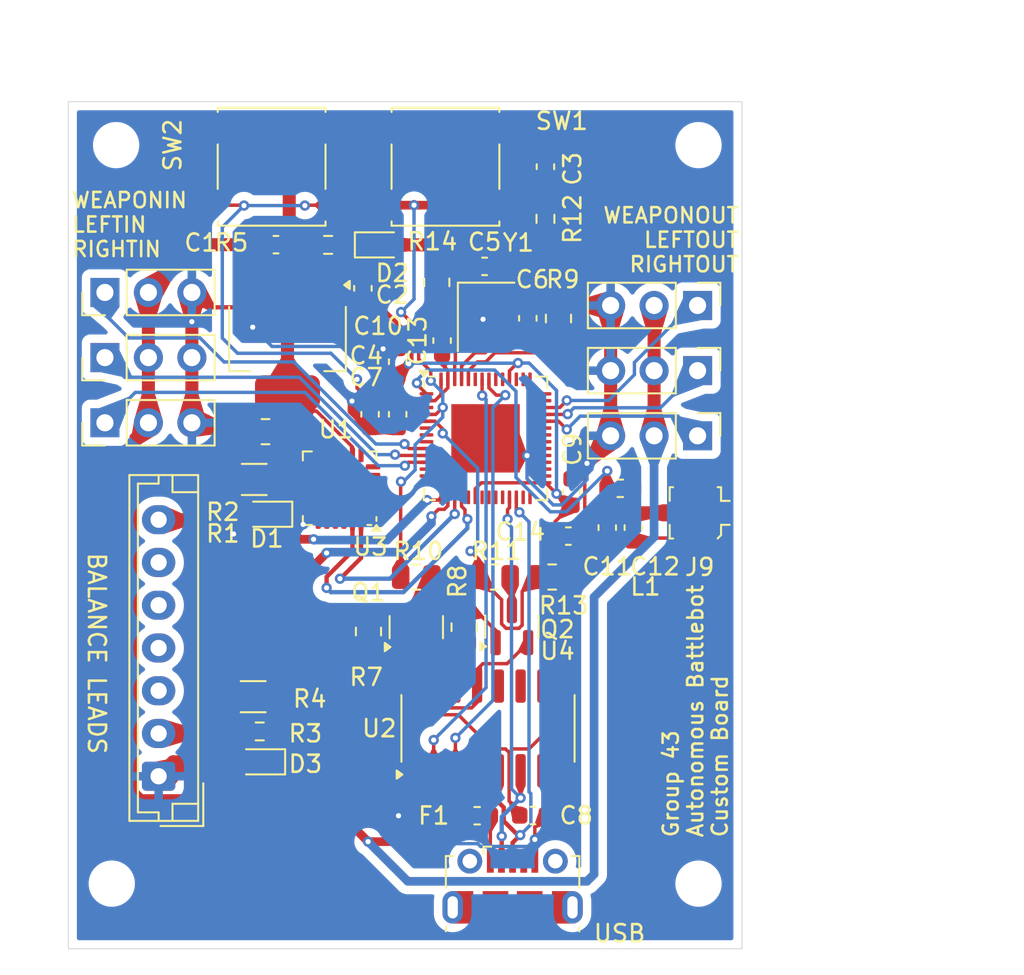
<source format=kicad_pcb>
(kicad_pcb (version 20240108) (generator "pcbnew") (generator_version "8.0")
  (layers (0 "F.Cu" signal) (31 "B.Cu" signal) (34 "B.Paste" user) (35 "F.Paste" user) (36 "B.SilkS" user "B.Silkscreen") (37 "F.SilkS" user "F.Silkscreen") (38 "B.Mask" user) (39 "F.Mask" user) (44 "Edge.Cuts" user))
  (net 0 "")
  (net 1 "GND")
  (net 2 "VCC")
  (net 3 "+3V3")
  (net 4 "/CHIP_PU")
  (net 5 "/GPIO0_STRAPPING")
  (net 6 "/XIN")
  (net 7 "/XOUT")
  (net 8 "/6S_ADC")
  (net 9 "Net-(D2-K)")
  (net 10 "/1S_ADC")
  (net 11 "/SIGNAL_WEAPON_RECEIVER")
  (net 12 "/SIGNAL_LEFT_DRIVE_RECEIVER")
  (net 13 "/SIGNAL_RIGHT_DRIVE_RECEIVER")
  (net 14 "/SIGNAL_WEAPON_OUTPUT")
  (net 15 "/SIGNAL_LEFT_DRIVE_OUTPUT")
  (net 16 "/SIGNAL_RIGHT_DRIVE_OUTPUT")
  (net 17 "/RTS")
  (net 18 "Net-(Q1-C)")
  (net 19 "Net-(Q1-B)")
  (net 20 "/DTR")
  (net 21 "Net-(Q2-B)")
  (net 22 "Net-(Q2-C)")
  (net 23 "25.2V")
  (net 24 "4.2V")
  (net 25 "/GPIO46_STRAPPING")
  (net 26 "Net-(U4-XTAL_P)")
  (net 29 "/UD-")
  (net 31 "/RX")
  (net 32 "/UD+")
  (net 34 "/TX")
  (net 45 "/SCL")
  (net 46 "/SDA")
  (net 76 "/GPIO3_STRAPPING")
  (net 83 "/LNA_IN")
  (net 85 "Net-(J7-VBUS)")
  (net 103 "Net-(J9-In)")
  (footprint "Resistor_SMD:R_0805_2012Metric" (layer "F.Cu") (at 64.654 47.1195 180)
    (property "Reference" "R13")
    (property "Value" "100k")
  )
  (footprint "Resistor_SMD:R_0805_2012Metric" (layer "F.Cu") (at 56.714 47.1195 180)
    (property "Reference" "R10")
    (property "Value" "10k")
  )
  (footprint "Package_SO:SOIC-16_3.9x9.9mm_P1.27mm" (layer "F.Cu") (at 60.905 55.971 90)
    (property "Reference" "U2")
    (property "Value" "CH340C")
  )
  (footprint "MountingHole:MountingHole_2.2mm_M2" (layer "F.Cu") (at 73.208 65.0465)
    (property "Reference" "H4" (hide yes))
    (property "Value" "MountingHole")
  )
  (footprint "Resistor_SMD:R_1206_3216Metric" (layer "F.Cu") (at 47.181 54.115 180)
    (property "Reference" "R4")
    (property "Value" "5M")
  )
  (footprint "Resistor_SMD:R_0603_1608Metric" (layer "F.Cu") (at 47.5645 56.147)
    (property "Reference" "R3")
    (property "Value" "3M")
  )
  (footprint "Resistor_SMD:R_1206_3216Metric" (layer "F.Cu") (at 47.244 41.415)
    (property "Reference" "R1")
    (property "Value" "5M")
  )
  (footprint "Resistor_SMD:R_0805_2012Metric" (layer "F.Cu") (at 47.9025 38.621 180)
    (property "Reference" "R2")
    (property "Value" "500k")
  )
  (footprint "Connector_JST:JST_EH_B7B-EH-A_1x07_P2.50mm_Vertical" (layer "F.Cu") (at 41.656 58.768 90)
    (property "Reference" "J8" (hide yes))
    (property "Value" "JST_07")
  )
  (footprint "Connector_USB:USB_Micro-B_Molex-105017-0001" (layer "F.Cu") (at 62.342 65.1955)
    (property "Reference" "J7" (hide yes))
    (property "Value" "USB_B_Micro")
  )
  (footprint "Capacitor_SMD:C_0603_1608Metric" (layer "F.Cu") (at 60.706 28.956)
    (property "Reference" "C5")
    (property "Value" "10p")
  )
  (footprint "Button_Switch_SMD:SW_SPST_B3S-1000" (layer "F.Cu") (at 48.26 23.127)
    (property "Reference" "SW2")
    (property "Value" "SW_Push")
  )
  (footprint "MountingHole:MountingHole_2.2mm_M2" (layer "F.Cu") (at 39.172 21.8665)
    (property "Reference" "H2" (hide yes))
    (property "Value" "MountingHole")
  )
  (footprint "MountingHole:MountingHole_2.2mm_M2" (layer "F.Cu") (at 38.918 65.0465)
    (property "Reference" "H3" (hide yes))
    (property "Value" "MountingHole")
  )
  (footprint "Capacitor_SMD:C_0603_1608Metric" (layer "F.Cu") (at 58.222 33.2965 90)
    (property "Reference" "C13")
    (property "Value" "1u")
  )
  (footprint "Capacitor_SMD:C_0603_1608Metric" (layer "F.Cu") (at 55.626 34.531 90)
    (property "Reference" "C10")
    (property "Value" "100n")
  )
  (footprint "MountingHole:MountingHole_2.2mm_M2" (layer "F.Cu") (at 73.208 21.8665)
    (property "Reference" "H1" (hide yes))
    (property "Value" "MountingHole")
  )
  (footprint "LED_SMD:LED_0603_1608Metric" (layer "F.Cu") (at 54.61 27.699)
    (property "Reference" "D2")
    (property "Value" "LED")
  )
  (footprint "Capacitor_SMD:C_0603_1608Metric" (layer "F.Cu") (at 55.626 37.605 -90)
    (property "Reference" "C7")
    (property "Value" "10u")
  )
  (footprint "Resistor_SMD:R_0603_1608Metric" (layer "F.Cu") (at 51.562 27.699 180)
    (property "Reference" "R5")
    (property "Value" "1k")
  )
  (footprint "Capacitor_SMD:C_0603_1608Metric" (layer "F.Cu") (at 63.233 31.991 90)
    (property "Reference" "C6")
    (property "Value" "10p")
  )
  (footprint "Connector_PinHeader_2.54mm:PinHeader_1x03_P2.54mm_Vertical" (layer "F.Cu") (at 38.519 34.29 90)
    (property "Reference" "J2" (hide yes))
    (property "Value" "LEFT_DRIVE_RECEIVER")
  )
  (footprint "Capacitor_SMD:C_0603_1608Metric" (layer "F.Cu") (at 48.514 27.686)
    (property "Reference" "C1")
    (property "Value" "22u")
  )
  (footprint "Button_Switch_SMD:SW_SPST_B3S-1000" (layer "F.Cu") (at 58.42 23.127)
    (property "Reference" "SW1")
    (property "Value" "SW_Push")
  )
  (footprint "Crystal:Crystal_SMD_3225-4Pin_3.2x2.5mm" (layer "F.Cu") (at 60.794 31.907 -90)
    (property "Reference" "Y1")
    (property "Value" "16MHz")
  )
  (footprint "Package_TO_SOT_SMD:SOT-223-3_TabPin2" (layer "F.Cu") (at 49.187 33.172 -90)
    (property "Reference" "U1")
    (property "Value" "AMS1117-3.3")
  )
  (footprint "Capacitor_SMD:C_0603_1608Metric" (layer "F.Cu") (at 64.262 23.127 90)
    (property "Reference" "C3")
    (property "Value" "1u")
  )
  (footprint "Diode_SMD:D_0603_1608Metric" (layer "F.Cu") (at 47.9805 43.447 180)
    (property "Reference" "D1")
    (property "Value" "D_Zener")
  )
  (footprint "Resistor_SMD:R_0805_2012Metric" (layer "F.Cu") (at 65.024 32.004 -90)
    (property "Reference" "R9")
    (property "Value" "10k")
  )
  (footprint "Connector_PinHeader_2.54mm:PinHeader_1x03_P2.54mm_Vertical" (layer "F.Cu") (at 73.152 38.862 -90)
    (property "Reference" "J6" (hide yes))
    (property "Value" "RIGHT_DRIVE_OUTPUT")
  )
  (footprint "Capacitor_SMD:C_0603_1608Metric" (layer "F.Cu") (at 67.874 44.2315 -90)
    (property "Reference" "C11")
    (property "Value" "3p3")
  )
  (footprint "Capacitor_SMD:C_0603_1608Metric" (layer "F.Cu") (at 53.594 30.239 90)
    (property "Reference" "C2")
    (property "Value" "22u")
  )
  (footprint "Connector_PinHeader_2.54mm:PinHeader_1x03_P2.54mm_Vertical" (layer "F.Cu") (at 73.152 31.242 -90)
    (property "Reference" "J4" (hide yes))
    (property "Value" "WEAPON_OUTPUT")
  )
  (footprint "Capacitor_SMD:C_0603_1608Metric" (layer "F.Cu") (at 69.398 44.2315 -90)
    (property "Reference" "C12")
    (property "Value" "3p3")
  )
  (footprint "Capacitor_SMD:C_0603_1608Metric" (layer "F.Cu") (at 63.536 61.0635)
    (property "Reference" "C8")
    (property "Value" "100n")
  )
  (footprint "Resistor_SMD:R_0603_1608Metric" (layer "F.Cu") (at 64.262 26.175 90)
    (property "Reference" "R12")
    (property "Value" "100k")
  )
  (footprint "Connector_PinHeader_2.54mm:PinHeader_1x03_P2.54mm_Vertical" (layer "F.Cu") (at 38.519 38.1 90)
    (property "Reference" "J3" (hide yes))
    (property "Value" "RIGHT_DRIVE_RECEIVER")
  )
  (footprint "Connector_PinHeader_2.54mm:PinHeader_1x03_P2.54mm_Vertical" (layer "F.Cu") (at 73.152 35.052 -90)
    (property "Reference" "J5" (hide yes))
    (property "Value" "LEFT_DRIVE_OUTPUT")
  )
  (footprint "Capacitor_SMD:C_0603_1608Metric" (layer "F.Cu") (at 65.786 42.151 90)
    (property "Reference" "C9")
    (property "Value" "100n")
  )
  (footprint "Package_TO_SOT_SMD:SOT-23" (layer "F.Cu") (at 56.714 50.051 90)
    (property "Reference" "Q1")
    (property "Value" "SS8050-G")
  )
  (footprint "Package_TO_SOT_SMD:SOT-23" (layer "F.Cu") (at 62.302 50.0175 90)
    (property "Reference" "Q2")
    (property "Value" "SS8050-G")
  )
  (footprint "Capacitor_SMD:C_0603_1608Metric" (layer "F.Cu") (at 54.013 37.605 -90)
    (property "Reference" "C4")
    (property "Value" "1u")
  )
  (footprint "Capacitor_SMD:C_0603_1608Metric" (layer "F.Cu") (at 65.601 44.7265)
    (property "Reference" "C14")
    (property "Value" "10n")
  )
  (footprint "Inductor_SMD:L_0603_1608Metric" (layer "F.Cu") (at 68.636 41.9325)
    (property "Reference" "L1")
    (property "Value" "2n2")
  )
  (footprint "Resistor_SMD:R_0805_2012Metric" (layer "F.Cu") (at 59.508 50.051 90)
    (property "Reference" "R8")
    (property "Value" "10k")
  )
  (footprint "Connector_Coaxial:U.FL_Molex_MCRF_73412-0110_Vertical" (layer "F.Cu") (at 73.025 43.367 -90)
    (property "Reference" "J9")
    (property "Value" "U.FL Antenna")
  )
  (footprint "Sensor_Motion:InvenSense_QFN-24_4x4mm_P0.5mm" (layer "F.Cu") (at 52.235 41.927 180)
    (property "Reference" "U3")
    (property "Value" "MPU-6050")
  )
  (footprint "Resistor_SMD:R_0805_2012Metric" (layer "F.Cu") (at 57.912 29.891 90)
    (property "Reference" "R14")
    (property "Value" "10k")
  )
  (footprint "Connector_PinHeader_2.54mm:PinHeader_1x03_P2.54mm_Vertical" (layer "F.Cu") (at 38.519 30.48 90)
    (property "Reference" "J1" (hide yes))
    (property "Value" "WEAPON_RECEIVER")
  )
  (footprint "Fuse:Fuse_0603_1608Metric" (layer "F.Cu") (at 60.27 61.0765 180)
    (property "Reference" "F1")
    (property "Value" "Fuse_Small")
  )
  (footprint "Resistor_SMD:R_0805_2012Metric" (layer "F.Cu") (at 53.92 50.305 90)
    (property "Reference" "R7")
    (property "Value" "10k")
  )
  (footprint "Package_DFN_QFN:QFN-56-1EP_7x7mm_P0.4mm_EP4x4mm" (layer "F.Cu") (at 60.76 39.01)
    (property "Reference" "U4")
    (property "Value" "ESP32-S3")
  )
  (footprint "Diode_SMD:D_0603_1608Metric" (layer "F.Cu") (at 47.5645 57.925 180)
    (property "Reference" "D3")
    (property "Value" "D_Zener")
  )
  (footprint "Resistor_SMD:R_0805_2012Metric" (layer "F.Cu") (at 61.286 47.1195 180)
    (property "Reference" "R11")
    (property "Value" "10k")
  )
  (gr_rect (start 36.378 19.3265) (end 75.748 68.8565) (stroke (width 0.05)) (fill none) (layer "Edge.Cuts"))
  (gr_text "Group 43\nAutonomous Battlebot\nCustom Board" (at 73.025 62.417 90) (layer "F.SilkS") (effects (font (size 0.889 0.889)) (justify left)))
  (gr_text "\nWEAPONOUT\nLEFTOUT\nRIGHTOUT" (at 75.632 26.6925 0) (layer "F.SilkS") (effects (font (size 0.889 0.889)) (justify right)))
  (gr_text "WEAPONIN\nLEFTIN\nRIGHTIN" (at 36.516 28.4705 0) (layer "F.SilkS") (effects (font (size 0.889 0.889)) (justify left bottom)))
  (gr_text "BALANCE LEADS" (at 38.04 45.605 270) (layer "F.SilkS") (effects (font (size 1 1)) (justify left)))
  (gr_text "USB" (at 66.996 67.957 0) (layer "F.SilkS") (effects (font (size 1 1)) (justify left)))
  (segment (start 69.622 44.842) (end 73.025 44.842) (width 0.2) (layer "F.Cu") (net 1))
  (segment (start 74.156 43.736) (end 74.131 43.736) (width 0.2) (layer "F.Cu") (net 1))
  (segment (start 49.289 23.823) (end 52.235 20.877) (width 0.762) (layer "F.Cu") (net 1))
  (segment (start 60.615737 32.048944) (end 59.944 32.720681) (width 0.2) (layer "F.Cu") (net 1))
  (segment (start 49.289 27.686) (end 47.964 29.011) (width 0.254) (layer "F.Cu") (net 1))
  (segment (start 47.4665 57.2355) (end 46.777 57.925) (width 0.254) (layer "F.Cu") (net 1))
  (segment (start 68.072 39.09) (end 66.6895 40.4725) (width 0.762) (layer "F.Cu") (net 1))
  (segment (start 53.594 29.464) (end 52.045 29.464) (width 0.762) (layer "F.Cu") (net 1))
  (segment (start 65.1745 31.242) (end 68.072 31.242) (width 0.762) (layer "F.Cu") (net 1))
  (segment (start 57.968 32.5215) (end 59.4585 32.5215) (width 0.2) (layer "F.Cu") (net 1))
  (segment (start 61.767 40.017) (end 60.76 39.01) (width 0.2) (layer "F.Cu") (net 1))
  (segment (start 66.561 40.601) (end 66.6895 40.4725) (width 0.2) (layer "F.Cu") (net 1))
  (segment (start 61.481 30.644) (end 61.644 30.807) (width 0.762) (layer "F.Cu") (net 1))
  (segment (start 69.398 45.0065) (end 69.4575 45.0065) (width 0.2) (layer "F.Cu") (net 1))
  (segment (start 62.395 20.877) (end 62.787 20.877) (width 0.762) (layer "F.Cu") (net 1))
  (segment (start 50.101159 44.043841) (end 50.285 43.86) (width 0.254) (layer "F.Cu") (net 1))
  (segment (start 51.487 28.449) (end 50.737 27.699) (width 0.762) (layer "F.Cu") (net 1))
  (segment (start 46.99 38.621) (end 46.99 43.244) (width 0.762) (layer "F.Cu") (net 1))
  (segment (start 56.46 60.2915) (end 56.46 58.446) (width 0.254) (layer "F.Cu") (net 1))
  (segment (start 65.024 31.0915) (end 61.9285 31.0915) (width 0.762) (layer "F.Cu") (net 1))
  (segment (start 62.787 20.877) (end 64.262 22.352) (width 0.762) (layer "F.Cu") (net 1))
  (segment (start 51.487 30.022) (end 51.487 28.449) (width 0.762) (layer "F.Cu") (net 1))
  (segment (start 59.4585 32.5215) (end 59.944 33.007) (width 0.2) (layer "F.Cu") (net 1))
  (segment (start 44.468 31.349) (end 43.599 30.48) (width 0.254) (layer "F.Cu") (net 1))
  (segment (start 74.525 43.367) (end 74.156 43.736) (width 0.2) (layer "F.Cu") (net 1))
  (segment (start 54.013 38.38) (end 53.94191 38.38) (width 0.508) (layer "F.Cu") (net 1))
  (segment (start 46.0375 44.6025) (end 45.7185 44.9215) (width 0.762) (layer "F.Cu") (net 1))
  (segment (start 42.499 57.925) (end 41.656 58.768) (width 0.762) (layer "F.Cu") (net 1))
  (segment (start 55.6 33.782) (end 55.626 33.756) (width 0.508) (layer "F.Cu") (net 1))
  (segment (start 47.155 31.74678) (end 47.55278 31.349) (width 0.2) (layer "F.Cu") (net 1))
  (segment (start 61.644 31.020681) (end 61.644 30.807) (width 0.2) (layer "F.Cu") (net 1))
  (segment (start 54.775 33.782) (end 55.6 33.782) (width 0.508) (layer "F.Cu") (net 1))
  (segment (start 52.235 20.877) (end 54.445 20.877) (width 0.762) (layer "F.Cu") (net 1))
  (segment (start 46.888 54.115) (end 47.4665 54.6935) (width 0.254) (layer "F.Cu") (net 1))
  (segment (start 66.6895 40.4725) (end 65.786 41.376) (width 0.762) (layer "F.Cu") (net 1))
  (segment (start 49.289 27.686) (end 49.289 23.823) (width 0.762) (layer "F.Cu") (net 1))
  (segment (start 61.9285 31.0915) (end 61.644 30.807) (width 0.762) (layer "F.Cu") (net 1))
  (segment (start 66.376 44.7265) (end 66.561 44.5415) (width 0.2) (layer "F.Cu") (net 1))
  (segment (start 46.888 54.115) (end 45.7185 54.115) (width 0.254) (layer "F.Cu") (net 1))
  (segment (start 52.957 37.39509) (end 52.957 36.83) (width 0.508) (layer "F.Cu") (net 1))
  (segment (start 56.179 58.727) (end 56.46 58.446) (width 0.254) (layer "F.Cu") (net 1))
  (segment (start 53.94191 38.38) (end 52.957 37.39509) (width 0.508) (layer "F.Cu") (net 1))
  (segment (start 47.4665 54.6935) (end 47.4665 57.2355) (width 0.254) (layer "F.Cu") (net 1))
  (segment (start 47.55278 31.349) (end 44.468 31.349) (width 0.254) (layer "F.Cu") (net 1))
  (segment (start 43.599 38.354) (end 43.599 30.48) (width 0.762) (layer "F.Cu") (net 1))
  (segment (start 66.561 44.5415) (end 66.561 40.601) (width 0.2) (layer "F.Cu") (net 1))
  (segment (start 67.874 45.0065) (end 69.398 45.0065) (width 0.2) (layer "F.Cu") (net 1))
  (segment (start 50.285 43.86) (end 50.285 43.177) (width 0.254) (layer "F.Cu") (net 1))
  (segment (start 47.964 29.011) (end 47.964 30.93778) (width 0.254) (layer "F.Cu") (net 1))
  (segment (start 55.675 61.0765) (end 56.46 60.2915) (width 0.254) (layer "F.Cu") (net 1))
  (segment (start 68.072 31.242) (end 68.072 38.862) (width 0.762) (layer "F.Cu") (net 1))
  (segment (start 52.045 29.464) (end 51.487 30.022) (width 0.762) (layer "F.Cu") (net 1))
  (segment (start 67.594 44.7265) (end 67.874 45.0065) (width 0.2) (layer "F.Cu") (net 1))
  (segment (start 46.777 57.925) (end 42.499 57.925) (width 0.762) (layer "F.Cu") (net 1))
  (segment (start 52.235 20.877) (end 44.285 20.877) (width 0.762) (layer "F.Cu") (net 1))
  (segment (start 66.376 44.7265) (end 67.594 44.7265) (width 0.2) (layer "F.Cu") (net 1))
  (segment (start 61.481 28.956) (end 61.481 30.644) (width 0.762) (layer "F.Cu") (net 1))
  (segment (start 54.013 38.38) (end 55.626 38.38) (width 0.762) (layer "F.Cu") (net 1))
  (segment (start 47.155 32.512) (end 47.155 31.74678) (width 0.2) (layer "F.Cu") (net 1))
  (segment (start 63.186 40.017) (end 61.767 40.017) (width 0.2) (layer "F.Cu") (net 1))
  (segment (start 69.4575 45.0065) (end 69.622 44.842) (width 0.2) (layer "F.Cu") (net 1))
  (segment (start 62.395 20.877) (end 54.445 20.877) (width 0.762) (layer "F.Cu") (net 1))
  (segment (start 65.024 31.0915) (end 65.1745 31.242) (width 0.762) (layer "F.Cu") (net 1))
  (segment (start 46.0375 44.6025) (end 47.193 43.447) (width 0.762) (layer "F.Cu") (net 1))
  (segment (start 50.724 27.686) (end 50.737 27.699) (width 0.762) (layer "F.Cu") (net 1))
  (segment (start 49.289 27.686) (end 50.724 27.686) (width 0.762) (layer "F.Cu") (net 1))
  (segment (start 46.99 43.244) (end 47.193 43.447) (width 0.762) (layer "F.Cu") (net 1))
  (segment (start 59.944 32.720681) (end 59.944 33.007) (width 0.2) (layer "F.Cu") (net 1))
  (segment (start 74.131 43.736) (end 73.025 44.842) (width 0.2) (layer "F.Cu") (net 1))
  (segment (start 46.723 38.354) (end 46.99 38.621) (width 0.762) (layer "F.Cu") (net 1))
  (segment (start 47.964 30.93778) (end 47.55278 31.349) (width 0.254) (layer "F.Cu") (net 1))
  (segment (start 46.777 57.925) (end 47.579 58.727) (width 0.254) (layer "F.Cu") (net 1))
  (segment (start 45.7185 44.9215) (end 45.7185 54.115) (width 0.762) (layer "F.Cu") (net 1))
  (segment (start 63.642 61.7325) (end 64.311 61.0635) (width 0.2) (layer "F.Cu") (net 1))
  (segment (start 60.615737 32.048944) (end 61.644 31.020681) (width 0.2) (layer "F.Cu") (net 1))
  (segment (start 73.05 41.892) (end 74.525 43.367) (width 0.762) (layer "F.Cu") (net 1))
  (segment (start 43.599 38.354) (end 46.723 38.354) (width 0.762) (layer "F.Cu") (net 1))
  (segment (start 73.025 41.892) (end 73.05 41.892) (width 0.762) (layer "F.Cu") (net 1))
  (segment (start 63.642 63.733) (end 63.642 61.7325) (width 0.2) (layer "F.Cu") (net 1))
  (segment (start 68.072 38.862) (end 68.072 39.09) (width 0.762) (layer "F.Cu") (net 1))
  (segment (start 47.579 58.727) (end 56.179 58.727) (width 0.254) (layer "F.Cu") (net 1))
  (via (at 43.599 32.191) (size 0.6) (drill 0.3) (layers "F.Cu" "B.Cu") (net 1))
  (via (at 46.0375 44.6025) (size 0.6) (drill 0.3) (layers "F.Cu" "B.Cu") (net 1))
  (via (at 50.101159 44.043841) (size 0.6) (drill 0.3) (layers "F.Cu" "B.Cu") (net 1))
  (via (at 60.615737 32.048944) (size 0.6) (drill 0.3) (layers "F.Cu" "B.Cu") (net 1))
  (via (at 63.642 62.463) (size 0.6) (drill 0.3) (layers "F.Cu" "B.Cu") (net 1))
  (via (at 52.957 36.83) (size 0.6) (drill 0.3) (layers "F.Cu" "B.Cu") (net 1))
  (via (at 47.155 32.512) (size 0.6) (drill 0.3) (layers "F.Cu" "B.Cu") (net 1))
  (via (at 66.6895 40.4725) (size 0.6) (drill 0.3) (layers "F.Cu" "B.Cu") (net 1))
  (via (at 63.186 40.017) (size 0.6) (drill 0.3) (layers "F.Cu" "B.Cu") (net 1))
  (via (at 54.775 33.782) (size 0.6) (drill 0.3) (layers "F.Cu" "B.Cu") (net 1))
  (via (at 55.675 61.0765) (size 0.6) (drill 0.3) (layers "F.Cu" "B.Cu") (net 1))
  (segment (start 66.6895 40.4725) (end 66.6895 41.426029) (width 0.2) (layer "B.Cu") (net 1))
  (segment (start 65.212529 42.903) (end 64.715471 42.903) (width 0.2) (layer "B.Cu") (net 1))
  (segment (start 50.101159 44.043841) (end 49.441 44.704) (width 0.254) (layer "B.Cu") (net 1))
  (segment (start 64.715471 42.903) (end 63.186 41.373529) (width 0.2) (layer "B.Cu") (net 1))
  (segment (start 52.957 36.83) (end 53.047318 36.83) (width 0.508) (layer "B.Cu") (net 1))
  (segment (start 58.882681 33.782) (end 60.615737 32.048944) (width 0.508) (layer "B.Cu") (net 1))
  (segment (start 47.155 32.512) (end 48.279 33.636) (width 0.2) (layer "B.Cu") (net 1))
  (segment (start 49.441 44.704) (end 46.139 44.704) (width 0.254) (layer "B.Cu") (net 1))
  (segment (start 46.139 44.704) (end 46.0375 44.6025) (width 0.254) (layer "B.Cu") (net 1))
  (segment (start 54.775 35.102318) (end 54.775 33.782) (width 0.508) (layer "B.Cu") (net 1))
  (segment (start 54.775 33.782) (end 58.882681 33.782) (width 0.508) (layer "B.Cu") (net 1))
  (segment (start 63.186 41.373529) (end 63.186 40.017) (width 0.2) (layer "B.Cu") (net 1))
  (segment (start 63.642 62.463) (end 63.231204 62.873796) (width 0.2) (layer "B.Cu") (net 1))
  (segment (start 60.304753 62.708) (end 57.19 62.708) (width 0.2) (layer "B.Cu") (net 1))
  (segment (start 48.279 33.636) (end 54.629 33.636) (width 0.2) (layer "B.Cu") (net 1))
  (segment (start 63.231204 62.873796) (end 60.470549 62.873796) (width 0.2) (layer "B.Cu") (net 1))
  (segment (start 60.470549 62.873796) (end 60.304753 62.708) (width 0.2) (layer "B.Cu") (net 1))
  (segment (start 54.629 33.636) (end 54.775 33.782) (width 0.2) (layer "B.Cu") (net 1))
  (segment (start 53.047318 36.83) (end 54.775 35.102318) (width 0.508) (layer "B.Cu") (net 1))
  (segment (start 57.19 62.708) (end 55.675 61.193) (width 0.2) (layer "B.Cu") (net 1))
  (segment (start 66.6895 41.426029) (end 65.212529 42.903) (width 0.2) (layer "B.Cu") (net 1))
  (segment (start 70.612 31.302) (end 70.612 38.922) (width 0.762) (layer "F.Cu") (net 2))
  (segment (start 53.897 62.591) (end 51.378 60.072) (width 0.508) (layer "F.Cu") (net 2))
  (segment (start 46.887 28.538) (end 47.739 27.686) (width 0.762) (layer "F.Cu") (net 2))
  (segment (start 41.059 30.48) (end 41.059 38.354) (width 0.762) (layer "F.Cu") (net 2))
  (segment (start 43.853 27.686) (end 46.393 27.686) (width 0.762) (layer "F.Cu") (net 2))
  (segment (start 40.632466 60.072) (end 40.209 59.648534) (width 0.508) (layer "F.Cu") (net 2))
  (segment (start 46.393 27.686) (end 47.739 27.686) (width 0.762) (layer "F.Cu") (net 2))
  (segment (start 41.059 30.48) (end 43.853 27.686) (width 0.762) (layer "F.Cu") (net 2))
  (segment (start 40.209 59.648534) (end 40.209 38.95) (width 0.508) (layer "F.Cu") (net 2))
  (segment (start 40.209 38.95) (end 41.059 38.1) (width 0.508) (layer "F.Cu") (net 2))
  (segment (start 53.897 62.591) (end 58.0845 62.591) (width 0.508) (layer "F.Cu") (net 2))
  (segment (start 46.887 30.022) (end 46.887 28.538) (width 0.762) (layer "F.Cu") (net 2))
  (segment (start 58.0845 62.591) (end 59.4825 61.193) (width 0.508) (layer "F.Cu") (net 2))
  (segment (start 51.378 60.072) (end 40.632466 60.072) (width 0.508) (layer "F.Cu") (net 2))
  (via (at 53.897 62.591) (size 0.6) (drill 0.3) (layers "F.Cu" "B.Cu") (net 2))
  (segment (start 53.897 62.591) (end 56.218 64.912) (width 0.508) (layer "B.Cu") (net 2))
  (segment (start 56.218 64.912) (end 66.688 64.912) (width 0.508) (layer "B.Cu") (net 2))
  (segment (start 70.612 44.7825) (end 70.612 38.862) (width 0.508) (layer "B.Cu") (net 2))
  (segment (start 67.105 64.495) (end 67.105 48.2895) (width 0.508) (layer "B.Cu") (net 2))
  (segment (start 67.105 48.2895) (end 70.612 44.7825) (width 0.508) (layer "B.Cu") (net 2))
  (segment (start 66.688 64.912) (end 67.105 64.495) (width 0.508) (layer "B.Cu") (net 2))
  (segment (start 59.1675 55.171) (end 60.27 56.2735) (width 0.2) (layer "F.Cu") (net 3))
  (segment (start 57.789448 55.171) (end 59.1675 55.171) (width 0.2) (layer "F.Cu") (net 3))
  (segment (start 62.3505 57.171) (end 63.304 57.171) (width 0.2) (layer "F.Cu") (net 3))
  (segment (start 62.65714 34.607) (end 62.61664 34.607) (width 0.2) (layer "F.Cu") (net 3))
  (segment (start 64.91 42.249) (end 64.271 41.61) (width 0.2) (layer "F.Cu") (net 3))
  (segment (start 58.56 35.56) (end 58.56 35.0315) (width 0.2) (layer "F.Cu") (net 3))
  (segment (start 57.31 36.81) (end 55.646 36.81) (width 0.2) (layer "F.Cu") (net 3))
  (segment (start 62.14 57.3815) (end 62.14 60.216029) (width 0.2) (layer "F.Cu") (net 3))
  (segment (start 53.594 31.014) (end 54.069 31.014) (width 0.762) (layer "F.Cu") (net 3))
  (segment (start 62.14 60.216029) (end 62.761 60.837029) (width 0.2) (layer "F.Cu") (net 3))
  (segment (start 55.646 36.81) (end 55.626 36.83) (width 0.2) (layer "F.Cu") (net 3))
  (segment (start 50.285 37.42) (end 50.88541 37.42) (width 0.2) (layer "F.Cu") (net 3))
  (segment (start 61.9295 57.171) (end 62.14 57.3815) (width 0.2) (layer "F.Cu") (net 3))
  (segment (start 54.069 31.014) (end 55.3975 29.6855) (width 0.762) (layer "F.Cu") (net 3))
  (segment (start 56.27775 34.65425) (end 56.428 34.504) (width 0.254) (layer "F.Cu") (net 3))
  (segment (start 57.80636 36.81) (end 57.31 36.81) (width 0.2) (layer "F.Cu") (net 3))
  (segment (start 58.16 36.45636) (end 58.05868 36.55768) (width 0.2) (layer "F.Cu") (net 3))
  (segment (start 55.3975 29.6855) (end 55.3975 27.699) (width 0.762) (layer "F.Cu") (net 3))
  (segment (start 50.88541 37.42) (end 52.985 39.51959) (width 0.2) (layer "F.Cu") (net 3))
  (segment (start 65.587 42.926) (end 65.786 42.926) (width 0.2) (layer "F.Cu") (net 3))
  (segment (start 63.304 57.171) (end 66.234 54.241) (width 0.2) (layer "F.Cu") (net 3))
  (segment (start 58.222 34.6935) (end 58.222 34.0715) (width 0.2) (layer "F.Cu") (net 3))
  (segment (start 58.56 35.0315) (end 58.222 34.6935) (width 0.2) (layer "F.Cu") (net 3))
  (segment (start 52.985 39.51959) (end 52.985 39.977) (width 0.2) (layer "F.Cu") (net 3))
  (segment (start 58.16 35.56) (end 58.16 36.45636) (width 0.2) (layer "F.Cu") (net 3))
  (segment (start 66.234 54.241) (end 66.234 47.787) (width 0.2) (layer "F.Cu") (net 3))
  (segment (start 60.16 41.96364) (end 60.51364 41.61) (width 0.2) (layer "F.Cu") (net 3))
  (segment (start 60.51364 41.61) (end 64.21 41.61) (width 0.2) (layer "F.Cu") (net 3))
  (segment (start 60.16 42.46) (end 60.16 41.96364) (width 0.2) (layer "F.Cu") (net 3))
  (segment (start 62.761 60.837029) (end 62.761 61.0635) (width 0.2) (layer "F.Cu") (net 3))
  (segment (start 62.14 57.3815) (end 62.3505 57.171) (width 0.2) (layer "F.Cu") (net 3))
  (segment (start 56.46 53.496) (end 56.46 53.841552) (width 0.2) (layer "F.Cu") (net 3))
  (segment (start 60.27 58.446) (end 60.27 57.471001) (width 0.2) (layer "F.Cu") (net 3))
  (segment (start 56.428 33.116514) (end 54.325486 31.014) (width 0.254) (layer "F.Cu") (net 3))
  (segment (start 62.61664 34.607) (end 62.16 35.06364) (width 0.2) (layer "F.Cu") (net 3))
  (segment (start 49.187 30.022) (end 49.187 31.022) (width 0.762) (layer "F.Cu") (net 3))
  (segment (start 50.285 40.677) (end 50.285 37.42) (width 0.2) (layer "F.Cu") (net 3))
  (segment (start 64.271 41.61) (end 64.21 41.61) (width 0.2) (layer "F.Cu") (net 3))
  (segment (start 56.428 34.504) (end 56.428 33.116514) (width 0.254) (layer "F.Cu") (net 3))
  (segment (start 52.845 31.763) (end 53.594 31.014) (width 0.762) (layer "F.Cu") (net 3))
  (segment (start 55.3975 27.699) (end 63.563 27.699) (width 0.762) (layer "F.Cu") (net 3))
  (segment (start 58.05868 36.55768) (end 57.80636 36.81) (width 0.2) (layer "F.Cu") (net 3))
  (segment (start 50.285 37.42) (end 49.187 36.322) (width 0.2) (layer "F.Cu") (net 3))
  (segment (start 56.46 53.841552) (end 57.789448 55.171) (width 0.2) (layer "F.Cu") (net 3))
  (segment (start 57.31 37.21) (end 56.006 37.21) (width 0.2) (layer "F.Cu") (net 3))
  (segment (start 54.325486 31.014) (end 53.594 31.014) (width 0.254) (layer "F.Cu") (net 3))
  (segment (start 49.928 31.763) (end 52.845 31.763) (width 0.762) (layer "F.Cu") (net 3))
  (segment (start 56.006 37.21) (end 55.626 36.83) (width 0.2) (layer "F.Cu") (net 3))
  (segment (start 49.187 36.322) (end 49.187 30.022) (width 0.762) (layer "F.Cu") (net 3))
  (segment (start 62.16 35.06364) (end 62.16 35.56) (width 0.2) (layer "F.Cu") (net 3))
  (segment (start 66.234 47.787) (end 65.5665 47.1195) (width 0.2) (layer "F.Cu") (net 3))
  (segment (start 58.56 35.56) (end 58.56 36.05636) (width 0.2) (layer "F.Cu") (net 3))
  (segment (start 60.27 56.2735) (end 60.27 58.446) (width 0.2) (layer "F.Cu") (net 3))
  (segment (start 60.570001 57.171) (end 61.9295 57.171) (width 0.2) (layer "F.Cu") (net 3))
  (segment (start 64.826 46.379) (end 65.5665 47.1195) (width 0.2) (layer "F.Cu") (net 3))
  (segment (start 64.91 42.249) (end 65.587 42.926) (width 0.2) (layer "F.Cu") (net 3))
  (segment (start 55.626 36.83) (end 55.626 35.306) (width 0.508) (layer "F.Cu") (net 3))
  (segment (start 58.56 36.05636) (end 58.05868 36.55768) (width 0.2) (layer "F.Cu") (net 3))
  (segment (start 60.27 57.471001) (end 60.570001 57.171) (width 0.2) (layer "F.Cu") (net 3))
  (segment (start 49.187 31.022) (end 49.928 31.763) (width 0.762) (layer "F.Cu") (net 3))
  (segment (start 64.826 43.886) (end 64.826 46.379) (width 0.2) (layer "F.Cu") (net 3))
  (segment (start 55.626 35.306) (end 56.27775 34.65425) (width 0.508) (layer "F.Cu") (net 3))
  (segment (start 65.786 42.926) (end 64.826 43.886) (width 0.2) (layer "F.Cu") (net 3))
  (segment (start 63.563 27.699) (end 64.262 27) (width 0.762) (layer "F.Cu") (net 3))
  (via (at 64.91 42.249) (size 0.6) (drill 0.3) (layers "F.Cu" "B.Cu") (net 3))
  (via (at 56.27775 34.65425) (size 0.6) (drill 0.3) (layers "F.Cu" "B.Cu") (net 3))
  (via (at 62.65714 34.607) (size 0.6) (drill 0.3) (layers "F.Cu" "B.Cu") (net 3))
  (segment (start 62.64684 34.6173) (end 56.3147 34.6173) (width 0.2) (layer "B.Cu") (net 3))
  (segment (start 62.65714 34.607) (end 62.64684 34.6173) (width 0.2) (layer "B.Cu") (net 3))
  (segment (start 64.91 36.21364) (end 63.30336 34.607) (width 0.2) (layer "B.Cu") (net 3))
  (segment (start 56.3147 34.6173) (end 56.27775 34.65425) (width 0.2) (layer "B.Cu") (net 3))
  (segment (start 64.91 42.249) (end 64.91 36.21364) (width 0.2) (layer "B.Cu") (net 3))
  (segment (start 63.30336 34.607) (end 62.65714 34.607) (width 0.2) (layer "B.Cu") (net 3))
  (segment (start 56.855 34.382971) (end 57.56 35.087971) (width 0.2) (layer "F.Cu") (net 4))
  (segment (start 55.8015 47.1195) (end 55.8015 41.5595) (width 0.2) (layer "F.Cu") (net 4))
  (segment (start 56.855 32.656802) (end 56.855 34.382971) (width 0.2) (layer "F.Cu") (net 4))
  (segment (start 57.854889 37.61) (end 57.31 37.61) (width 0.2) (layer "F.Cu") (net 4))
  (segment (start 54.445 25.377) (end 56.582 25.377) (width 0.508) (layer "F.Cu") (net 4))
  (segment (start 58.260001 37.204888) (end 57.854889 37.61) (width 0.2) (layer "F.Cu") (net 4))
  (segment (start 62.395 25.377) (end 64.235 25.377) (width 0.508) (layer "F.Cu") (net 4))
  (segment (start 64.235 25.377) (end 64.262 25.35) (width 0.508) (layer "F.Cu") (net 4))
  (segment (start 64.262 25.35) (end 64.262 23.902) (width 0.508) (layer "F.Cu") (net 4))
  (segment (start 55.826349 31.628151) (end 56.855 32.656802) (width 0.2) (layer "F.Cu") (net 4))
  (segment (start 55.8015 41.5595) (end 55.82 41.541) (width 0.2) (layer "F.Cu") (net 4))
  (segment (start 57.56 35.087971) (end 57.56 35.64221) (width 0.2) (layer "F.Cu") (net 4))
  (segment (start 56.582 25.377) (end 62.395 25.377) (width 0.508) (layer "F.Cu") (net 4))
  (via (at 56.582 25.377) (size 0.6) (drill 0.3) (layers "F.Cu" "B.Cu") (net 4))
  (via (at 55.82 41.541) (size 0.6) (drill 0.3) (layers "F.Cu" "B.Cu") (net 4))
  (via (at 57.56 35.64221) (size 0.6) (drill 0.3) (layers "F.Cu" "B.Cu") (net 4))
  (via (at 55.826349 31.628151) (size 0.6) (drill 0.3) (layers "F.Cu" "B.Cu") (net 4))
  (via (at 58.260001 37.204888) (size 0.6) (drill 0.3) (layers "F.Cu" "B.Cu") (net 4))
  (segment (start 56.582 30.8725) (end 55.826349 31.628151) (width 0.2) (layer "B.Cu") (net 4))
  (segment (start 58.260001 36.342211) (end 58.260001 37.204888) (width 0.2) (layer "B.Cu") (net 4))
  (segment (start 56.645 39.38677) (end 56.645 40.858529) (width 0.2) (layer "B.Cu") (net 4))
  (segment (start 56.582 25.377) (end 56.582 30.8725) (width 0.2) (layer "B.Cu") (net 4))
  (segment (start 55.962529 41.541) (end 55.82 41.541) (width 0.2) (layer "B.Cu") (net 4))
  (segment (start 57.56 35.64221) (end 58.260001 36.342211) (width 0.2) (layer "B.Cu") (net 4))
  (segment (start 58.260001 37.771769) (end 56.645 39.38677) (width 0.2) (layer "B.Cu") (net 4))
  (segment (start 56.645 40.858529) (end 55.962529 41.541) (width 0.2) (layer "B.Cu") (net 4))
  (segment (start 58.260001 37.204888) (end 58.260001 37.771769) (width 0.2) (layer "B.Cu") (net 4))
  (segment (start 60.3735 47.1195) (end 61.702 48.448) (width 0.2) (layer "F.Cu") (net 5))
  (segment (start 56.479696 38.01) (end 56.099696 37.63) (width 0.2) (layer "F.Cu") (net 5))
  (segment (start 60.3735 46.0945) (end 59.884 45.605) (width 0.2) (layer "F.Cu") (net 5))
  (segment (start 54.813 37.63) (end 54.013 36.83) (width 0.2) (layer "F.Cu") (net 5))
  (segment (start 62.711448 50.1175) (end 62.902 49.926948) (width 0.2) (layer "F.Cu") (net 5))
  (segment (start 61.961448 50.1175) (end 62.711448 50.1175) (width 0.2) (layer "F.Cu") (net 5))
  (segment (start 56.099696 37.63) (end 54.813 37.63) (width 0.2) (layer "F.Cu") (net 5))
  (segment (start 62.902 47.959) (end 63.7415 47.1195) (width 0.2) (layer "F.Cu") (net 5))
  (segment (start 61.702 49.858052) (end 61.961448 50.1175) (width 0.2) (layer "F.Cu") (net 5))
  (segment (start 53.251 36.068) (end 54.013 36.83) (width 0.2) (layer "F.Cu") (net 5))
  (segment (start 53.251 35.56) (end 53.251 36.068) (width 0.2) (layer "F.Cu") (net 5))
  (segment (start 62.902 49.926948) (end 62.902 47.959) (width 0.2) (layer "F.Cu") (net 5))
  (segment (start 44.285 25.377) (end 46.624 25.377) (width 0.2) (layer "F.Cu") (net 5))
  (segment (start 60.3735 47.1195) (end 60.3735 46.0945) (width 0.2) (layer "F.Cu") (net 5))
  (segment (start 50.226 25.377) (end 52.235 25.377) (width 0.2) (layer "F.Cu") (net 5))
  (segment (start 58.259998 38.463638) (end 57.80636 38.01) (width 0.2) (layer "F.Cu") (net 5))
  (segment (start 57.31 38.01) (end 56.479696 38.01) (width 0.2) (layer "F.Cu") (net 5))
  (segment (start 50.203 25.4) (end 50.226 25.377) (width 0.2) (layer "F.Cu") (net 5))
  (segment (start 58.259998 38.720297) (end 58.259998 38.463638) (width 0.2) (layer "F.Cu") (net 5))
  (segment (start 61.702 48.448) (end 61.702 49.858052) (width 0.2) (layer "F.Cu") (net 5))
  (segment (start 46.624 25.377) (end 46.647 25.4) (width 0.2) (layer "F.Cu") (net 5))
  (segment (start 57.80636 38.01) (end 57.31 38.01) (width 0.2) (layer "F.Cu") (net 5))
  (via (at 53.251 35.56) (size 0.6) (drill 0.3) (layers "F.Cu" "B.Cu") (net 5))
  (via (at 46.647 25.4) (size 0.6) (drill 0.3) (layers "F.Cu" "B.Cu") (net 5))
  (via (at 50.203 25.4) (size 0.6) (drill 0.3) (layers "F.Cu" "B.Cu") (net 5))
  (via (at 59.884 45.605) (size 0.6) (drill 0.3) (layers "F.Cu" "B.Cu") (net 5))
  (via (at 58.259998 38.720297) (size 0.6) (drill 0.3) (layers "F.Cu" "B.Cu") (net 5))
  (segment (start 58.259998 38.720297) (end 60.301215 40.761514) (width 0.2) (layer "B.Cu") (net 5))
  (segment (start 45.377 33.147) (end 46.266 34.036) (width 0.2) (layer "B.Cu") (net 5))
  (segment (start 46.647 25.4) (end 45.377 26.67) (width 0.2) (layer "B.Cu") (net 5))
  (segment (start 46.647 25.4) (end 50.203 25.4) (width 0.2) (layer "B.Cu") (net 5))
  (segment (start 51.727 34.036) (end 53.251 35.56) (width 0.2) (layer "B.Cu") (net 5))
  (segment (start 46.266 34.036) (end 51.727 34.036) (width 0.2) (layer "B.Cu") (net 5))
  (segment (start 60.301215 40.761514) (end 60.301215 45.187785) (width 0.2) (layer "B.Cu") (net 5))
  (segment (start 60.301215 45.187785) (end 59.884 45.605) (width 0.2) (layer "B.Cu") (net 5))
  (segment (start 45.377 26.67) (end 45.377 33.147) (width 0.2) (layer "B.Cu") (net 5))
  (segment (start 59.931 30.794) (end 59.944 30.807) (width 0.508) (layer "F.Cu") (net 6))
  (segment (start 59.569 31.182) (end 59.944 30.807) (width 0.2) (layer "F.Cu") (net 6))
  (segment (start 59.931 28.956) (end 57.9345 28.956) (width 0.508) (layer "F.Cu") (net 6))
  (segment (start 57.9345 28.956) (end 57.912 28.9785) (width 0.508) (layer "F.Cu") (net 6))
  (segment (start 59.931 28.956) (end 59.931 30.794) (width 0.508) (layer "F.Cu") (net 6))
  (segment (start 61.644 33.107) (end 61.644 33.007) (width 0.2) (layer "F.Cu") (net 7))
  (segment (start 61.885 32.766) (end 61.644 33.007) (width 0.508) (layer "F.Cu") (net 7))
  (segment (start 59.36 35.56) (end 59.36 34.785) (width 0.2) (layer "F.Cu") (net 7))
  (segment (start 63.233 32.766) (end 61.885 32.766) (width 0.508) (layer "F.Cu") (net 7))
  (segment (start 60.744 34.007) (end 61.644 33.107) (width 0.2) (layer "F.Cu") (net 7))
  (segment (start 59.36 34.785) (end 60.138 34.007) (width 0.2) (layer "F.Cu") (net 7))
  (segment (start 60.138 34.007) (end 60.744 34.007) (width 0.2) (layer "F.Cu") (net 7))
  (segment (start 48.815 41.3065) (end 48.7065 41.415) (width 0.762) (layer "F.Cu") (net 8))
  (segment (start 48.768 43.447) (end 48.768 41.4765) (width 0.762) (layer "F.Cu") (net 8))
  (segment (start 57.344 42.623229) (end 57.996771 42.623229) (width 0.2) (layer "F.Cu") (net 8))
  (segment (start 49.903 44.912) (end 50.711 44.912) (width 0.508) (layer "F.Cu") (net 8))
  (segment (start 48.768 41.4765) (end 48.7065 41.415) (width 0.762) (layer "F.Cu") (net 8))
  (segment (start 48.768 43.447) (end 48.768 43.777) (width 0.254) (layer "F.Cu") (net 8))
  (segment (start 48.768 43.777) (end 49.903 44.912) (width 0.508) (layer "F.Cu") (net 8))
  (segment (start 57.996771 42.623229) (end 58.16 42.46) (width 0.2) (layer "F.Cu") (net 8))
  (segment (start 48.815 38.621) (end 48.815 41.3065) (width 0.762) (layer "F.Cu") (net 8))
  (via (at 50.711 44.912) (size 0.6) (drill 0.3) (layers "F.Cu" "B.Cu") (net 8))
  (via (at 57.344 42.623229) (size 0.6) (drill 0.3) (layers "F.Cu" "B.Cu") (net 8))
  (segment (start 50.757 44.958) (end 50.711 44.912) (width 0.508) (layer "B.Cu") (net 8))
  (segment (start 55.009229 44.958) (end 50.757 44.958) (width 0.508) (layer "B.Cu") (net 8))
  (segment (start 57.344 42.623229) (end 55.009229 44.958) (width 0.508) (layer "B.Cu") (net 8))
  (segment (start 52.387 27.699) (end 53.8225 27.699) (width 0.508) (layer "F.Cu") (net 9))
  (segment (start 48.6435 48.5415) (end 48.6435 54.115) (width 0.508) (layer "F.Cu") (net 10))
  (segment (start 51.473 45.712) (end 48.6435 48.5415) (width 0.508) (layer "F.Cu") (net 10))
  (segment (start 48.6435 55.893) (end 48.6435 54.115) (width 0.762) (layer "F.Cu") (net 10))
  (segment (start 58.35636 43.16) (end 58.56 42.95636) (width 0.2) (layer "F.Cu") (net 10))
  (segment (start 58.56 42.95636) (end 58.56 42.46) (width 0.2) (layer "F.Cu") (net 10))
  (segment (start 48.352 57.925) (end 48.352 56.1845) (width 0.762) (layer "F.Cu") (net 10))
  (segment (start 48.352 56.1845) (end 48.6435 55.893) (width 0.762) (layer "F.Cu") (net 10))
  (segment (start 58.011 43.16) (end 58.35636 43.16) (width 0.2) (layer "F.Cu") (net 10))
  (segment (start 57.598 43.573) (end 58.011 43.16) (width 0.2) (layer "F.Cu") (net 10))
  (via (at 57.598 43.573) (size 0.6) (drill 0.3) (layers "F.Cu" "B.Cu") (net 10))
  (via (at 51.473 45.712) (size 0.6) (drill 0.3) (layers "F.Cu" "B.Cu") (net 10))
  (segment (start 55.906342 45.666) (end 51.519 45.666) (width 0.508) (layer "B.Cu") (net 10))
  (segment (start 51.519 45.666) (end 51.473 45.712) (width 0.508) (layer "B.Cu") (net 10))
  (segment (start 57.598 43.573) (end 57.598 43.974342) (width 0.508) (layer "B.Cu") (net 10))
  (segment (start 57.598 43.974342) (end 55.906342 45.666) (width 0.508) (layer "B.Cu") (net 10))
  (segment (start 56.024614 39.344825) (end 56.289789 39.61) (width 0.2) (layer "F.Cu") (net 11))
  (segment (start 56.289789 39.61) (end 57.31 39.61) (width 0.2) (layer "F.Cu") (net 11))
  (via (at 56.024614 39.344825) (size 0.6) (drill 0.3) (layers "F.Cu" "B.Cu") (net 11))
  (segment (start 39.909 33.14) (end 38.519 31.75) (width 0.2) (layer "B.Cu") (net 11))
  (segment (start 56.024614 39.344825) (end 54.357197 39.344825) (width 0.2) (layer "B.Cu") (net 11))
  (segment (start 38.519 31.75) (end 38.519 30.48) (width 0.2) (layer "B.Cu") (net 11))
  (segment (start 45.479346 34.544) (end 44.075346 33.14) (width 0.2) (layer "B.Cu") (net 11))
  (segment (start 49.556372 34.544) (end 45.479346 34.544) (width 0.2) (layer "B.Cu") (net 11))
  (segment (start 44.075346 33.14) (end 39.909 33.14) (width 0.2) (layer "B.Cu") (net 11))
  (segment (start 54.357197 39.344825) (end 49.556372 34.544) (width 0.2) (layer "B.Cu") (net 11))
  (segment (start 57.31 40.01) (end 55.517837 40.01) (width 0.2) (layer "F.Cu") (net 12))
  (segment (start 55.517837 40.01) (end 55.471772 39.963935) (width 0.2) (layer "F.Cu") (net 12))
  (via (at 55.471772 39.963935) (size 0.6) (drill 0.3) (layers "F.Cu" "B.Cu") (net 12))
  (segment (start 54.410621 39.963935) (end 55.471772 39.963935) (width 0.2) (layer "B.Cu") (net 12))
  (segment (start 38.519 34.29) (end 39.669 35.44) (width 0.2) (layer "B.Cu") (net 12))
  (segment (start 39.669 35.44) (end 49.886686 35.44) (width 0.2) (layer "B.Cu") (net 12))
  (segment (start 49.886686 35.44) (end 54.410621 39.963935) (width 0.2) (layer "B.Cu") (net 12))
  (segment (start 56.245 40.41) (end 57.31 40.41) (width 0.2) (layer "F.Cu") (net 13))
  (segment (start 56.045 40.61) (end 56.245 40.41) (width 0.2) (layer "F.Cu") (net 13))
  (via (at 56.045 40.61) (size 0.6) (drill 0.3) (layers "F.Cu" "B.Cu") (net 13))
  (segment (start 50.203 36.322) (end 40.297 36.322) (width 0.2) (layer "B.Cu") (net 13))
  (segment (start 40.297 36.322) (end 38.519 38.1) (width 0.2) (layer "B.Cu") (net 13))
  (segment (start 56.045 40.61) (end 54.491 40.61) (width 0.2) (layer "B.Cu") (net 13))
  (segment (start 54.491 40.61) (end 50.203 36.322) (width 0.2) (layer "B.Cu") (net 13))
  (segment (start 65.095319 37.21) (end 64.21 37.21) (width 0.2) (layer "F.Cu") (net 14))
  (segment (start 65.51 36.795319) (end 65.095319 37.21) (width 0.2) (layer "F.Cu") (net 14))
  (via (at 65.51 36.795319) (size 0.6) (drill 0.3) (layers "F.Cu" "B.Cu") (net 14))
  (segment (start 69.462 34.575654) (end 72.795654 31.242) (width 0.2) (layer "B.Cu") (net 14))
  (segment (start 67.955027 36.795319) (end 69.462 35.288346) (width 0.2) (layer "B.Cu") (net 14))
  (segment (start 69.462 35.288346) (end 69.462 34.575654) (width 0.2) (layer "B.Cu") (net 14))
  (segment (start 72.795654 31.242) (end 73.152 31.242) (width 0.2) (layer "B.Cu") (net 14))
  (segment (start 65.51 36.795319) (end 67.955027 36.795319) (width 0.2) (layer "B.Cu") (net 14))
  (segment (start 65.544471 37.61) (end 64.21 37.61) (width 0.2) (layer "F.Cu") (net 15))
  (segment (start 65.560762 37.593709) (end 65.544471 37.61) (width 0.2) (layer "F.Cu") (net 15))
  (via (at 65.560762 37.593709) (size 0.6) (drill 0.3) (layers "F.Cu" "B.Cu") (net 15))
  (segment (start 65.560762 37.593709) (end 65.931471 37.223) (width 0.2) (layer "B.Cu") (net 15))
  (segment (start 70.981 37.223) (end 73.152 35.052) (width 0.2) (layer "B.Cu") (net 15))
  (segment (start 65.931471 37.223) (end 70.981 37.223) (width 0.2) (layer "B.Cu") (net 15))
  (segment (start 65.027 38.01) (end 64.21 38.01) (width 0.2) (layer "F.Cu") (net 16))
  (segment (start 65.51 38.493) (end 65.027 38.01) (width 0.2) (layer "F.Cu") (net 16))
  (via (at 65.51 38.493) (size 0.6) (drill 0.3) (layers "F.Cu" "B.Cu") (net 16))
  (segment (start 72.002 37.712) (end 73.152 38.862) (width 0.2) (layer "B.Cu") (net 16))
  (segment (start 65.51 38.493) (end 66.291 37.712) (width 0.2) (layer "B.Cu") (net 16))
  (segment (start 66.291 37.712) (end 72.002 37.712) (width 0.2) (layer "B.Cu") (net 16))
  (segment (start 59 52.3245) (end 59 53.496) (width 0.2) (layer "F.Cu") (net 17))
  (segment (start 59.508 50.9635) (end 57.689 50.9635) (width 0.2) (layer "F.Cu") (net 17))
  (segment (start 59 51.4715) (end 59.508 50.9635) (width 0.2) (layer "F.Cu") (net 17))
  (segment (start 57.664 50.9885) (end 59 52.3245) (width 0.2) (layer "F.Cu") (net 17))
  (segment (start 57.689 50.9635) (end 57.664 50.9885) (width 0.2) (layer "F.Cu") (net 17))
  (segment (start 59 53.496) (end 59 51.4715) (width 0.2) (layer "F.Cu") (net 17))
  (segment (start 56.714 49.1135) (end 56.714 48.032) (width 0.2) (layer "F.Cu") (net 18))
  (segment (start 56.714 48.032) (end 57.6265 47.1195) (width 0.2) (layer "F.Cu") (net 18))
  (segment (start 54.399 49.6235) (end 55.764 50.9885) (width 0.2) (layer "F.Cu") (net 19))
  (segment (start 54.036 49.6235) (end 54.399 49.6235) (width 0.2) (layer "F.Cu") (net 19))
  (segment (start 59.9485 54.771) (end 60.27 54.4495) (width 0.2) (layer "F.Cu") (net 20))
  (segment (start 60.27 52.521001) (end 60.604501 52.1865) (width 0.2) (layer "F.Cu") (net 20))
  (segment (start 53.92 51.2175) (end 54.9115 52.209) (width 0.2) (layer "F.Cu") (net 20))
  (segment (start 58.4 54.511552) (end 58.659448 54.771) (width 0.2) (layer "F.Cu") (net 20))
  (segment (start 60.27 53.496) (end 60.27 52.521001) (width 0.2) (layer "F.Cu") (net 20))
  (segment (start 58.3045 52.209) (end 58.4 52.3045) (width 0.2) (layer "F.Cu") (net 20))
  (segment (start 60.604501 52.1865) (end 62.0205 52.1865) (width 0.2) (layer "F.Cu") (net 20))
  (segment (start 60.27 54.4495) (end 60.27 53.496) (width 0.2) (layer "F.Cu") (net 20))
  (segment (start 58.659448 54.771) (end 59.9485 54.771) (width 0.2) (layer "F.Cu") (net 20))
  (segment (start 54.9115 52.209) (end 58.3045 52.209) (width 0.2) (layer "F.Cu") (net 20))
  (segment (start 58.4 52.3045) (end 58.4 54.511552) (width 0.2) (layer "F.Cu") (net 20))
  (segment (start 62.0205 52.1865) (end 63.252 50.955) (width 0.2) (layer "F.Cu") (net 20))
  (segment (start 61.352 50.955) (end 61.352 50.2435) (width 0.2) (layer "F.Cu") (net 21))
  (segment (start 61.352 50.2435) (end 60.247 49.1385) (width 0.2) (layer "F.Cu") (net 21))
  (segment (start 60.247 49.1385) (end 59.508 49.1385) (width 0.2) (layer "F.Cu") (net 21))
  (segment (start 62.302 47.223) (end 62.1985 47.1195) (width 0.2) (layer "F.Cu") (net 22))
  (segment (start 62.302 49.08) (end 62.302 47.223) (width 0.2) (layer "F.Cu") (net 22))
  (segment (start 41.656 43.768) (end 43.4285 43.768) (width 0.762) (layer "F.Cu") (net 23))
  (segment (start 43.4285 43.768) (end 45.7815 41.415) (width 0.762) (layer "F.Cu") (net 23))
  (segment (start 46.6185 56.268) (end 46.7395 56.147) (width 0.762) (layer "F.Cu") (net 24))
  (segment (start 41.656 56.268) (end 46.6185 56.268) (width 0.762) (layer "F.Cu") (net 24))
  (segment (start 63.9335 34.007) (end 65.024 32.9165) (width 0.2) (layer "F.Cu") (net 25))
  (segment (start 60.772685 34.544) (end 61.309685 34.007) (width 0.2) (layer "F.Cu") (net 25))
  (segment (start 60.27964 34.544) (end 60.772685 34.544) (width 0.2) (layer "F.Cu") (net 25))
  (segment (start 61.309685 34.007) (end 63.9335 34.007) (width 0.2) (layer "F.Cu") (net 25))
  (segment (start 59.76 35.06364) (end 60.27964 34.544) (width 0.2) (layer "F.Cu") (net 25))
  (segment (start 59.76 35.56) (end 59.76 35.06364) (width 0.2) (layer "F.Cu") (net 25))
  (segment (start 58.695696 33.3215) (end 58.997 33.622804) (width 0.2) (layer "F.Cu") (net 26))
  (segment (start 58.997 33.622804) (end 58.997 34.520196) (width 0.2) (layer "F.Cu") (net 26))
  (segment (start 58.96 34.557196) (end 58.96 35.56) (width 0.2) (layer "F.Cu") (net 26))
  (segment (start 58.997 34.520196) (end 58.96 34.557196) (width 0.2) (layer "F.Cu") (net 26))
  (segment (start 57.739 33.3215) (end 58.695696 33.3215) (width 0.2) (layer "F.Cu") (net 26))
  (segment (start 57.447 33.0295) (end 57.739 33.3215) (width 0.2) (layer "F.Cu") (net 26))
  (segment (start 57.912 30.8035) (end 57.447 31.2685) (width 0.2) (layer "F.Cu") (net 26))
  (segment (start 57.447 31.2685) (end 57.447 33.0295) (width 0.2) (layer "F.Cu") (net 26))
  (segment (start 62.16 43.0669) (end 62.16 42.46) (width 0.2) (layer "F.Cu") (net 29))
  (segment (start 62.81 58.446) (end 62.81 60.0375) (width 0.254) (layer "F.Cu") (net 29))
  (segment (start 61.706204 62.273796) (end 61.706204 63.718796) (width 0.254) (layer "F.Cu") (net 29))
  (segment (start 62.048749 43.178151) (end 62.16 43.0669) (width 0.2) (layer "F.Cu") (net 29))
  (segment (start 61.706204 63.718796) (end 61.692 63.733) (width 0.254) (layer "F.Cu") (net 29))
  (segment (start 62.048749 43.735) (end 62.048749 43.178151) (width 0.2) (layer "F.Cu") (net 29))
  (via (at 62.048749 43.735) (size 0.6) (drill 0.3) (layers "F.Cu" "B.Cu") (net 29))
  (via (at 62.81 60.0375) (size 0.6) (drill 0.3) (layers "F.Cu" "B.Cu") (net 29))
  (via (at 61.706204 62.273796) (size 0.6) (drill 0.3) (layers "F.Cu" "B.Cu") (net 29))
  (segment (start 62.048749 43.735) (end 62.048749 43.981249) (width 0.2) (layer "B.Cu") (net 29))
  (segment (start 61.706204 61.257796) (end 61.706204 62.273796) (width 0.254) (layer "B.Cu") (net 29))
  (segment (start 62.279 44.2115) (end 62.279 59.5065) (width 0.2) (layer "B.Cu") (net 29))
  (segment (start 62.81 60.0375) (end 61.706204 61.141296) (width 0.254) (layer "B.Cu") (net 29))
  (segment (start 62.048749 43.981249) (end 62.279 44.2115) (width 0.2) (layer "B.Cu") (net 29))
  (segment (start 62.279 59.5065) (end 62.81 60.0375) (width 0.2) (layer "B.Cu") (net 29))
  (segment (start 57.73 56.649) (end 57.73 58.446) (width 0.2) (layer "F.Cu") (net 31))
  (segment (start 60.56511 36.51) (end 60.56 36.50489) (width 0.2) (layer "F.Cu") (net 31))
  (segment (start 60.56 36.50489) (end 60.56 35.56) (width 0.2) (layer "F.Cu") (net 31))
  (via (at 60.56511 36.51) (size 0.6) (drill 0.3) (layers "F.Cu" "B.Cu") (net 31))
  (via (at 57.73 56.649) (size 0.6) (drill 0.3) (layers "F.Cu" "B.Cu") (net 31))
  (segment (start 60.792 36.73689) (end 60.792 53.587) (width 0.2) (layer "B.Cu") (net 31))
  (segment (start 60.56511 36.51) (end 60.792 36.73689) (width 0.2) (layer "B.Cu") (net 31))
  (segment (start 60.792 53.587) (end 57.73 56.649) (width 0.2) (layer "B.Cu") (net 31))
  (segment (start 61.822 60.588132) (end 61.822 61.38638) (width 0.254) (layer "F.Cu") (net 32))
  (segment (start 62.56 43.153125) (end 62.56 42.46) (width 0.2) (layer "F.Cu") (net 32))
  (segment (start 62.342 62.654) (end 62.787 62.209) (width 0.254) (layer "F.Cu") (net 32))
  (segment (start 62.741152 43.334277) (end 62.56 43.153125) (width 0.2) (layer "F.Cu") (net 32))
  (segment (start 62.342 63.225) (end 62.342 62.654) (width 0.254) (layer "F.Cu") (net 32))
  (segment (start 61.54 58.446) (end 61.54 60.306132) (width 0.254) (layer "F.Cu") (net 32))
  (segment (start 62.64462 62.209) (end 62.787 62.209) (width 0.254) (layer "F.Cu") (net 32))
  (segment (start 61.54 60.306132) (end 61.822 60.588132) (width 0.254) (layer "F.Cu") (net 32))
  (segment (start 61.822 61.38638) (end 62.64462 62.209) (width 0.254) (layer "F.Cu") (net 32))
  (via (at 62.787 62.209) (size 0.6) (drill 0.3) (layers "F.Cu" "B.Cu") (net 32))
  (via (at 62.741152 43.334277) (size 0.6) (drill 0.3) (layers "F.Cu" "B.Cu") (net 32))
  (segment (start 63.41 61.586) (end 62.787 62.209) (width 0.2) (layer "B.Cu") (net 32))
  (segment (start 63.41 59.788971) (end 63.41 61.4695) (width 0.2) (layer "B.Cu") (net 32))
  (segment (start 63.302 43.895125) (end 63.302 59.680971) (width 0.2) (layer "B.Cu") (net 32))
  (segment (start 62.741152 43.334277) (end 63.302 43.895125) (width 0.2) (layer "B.Cu") (net 32))
  (segment (start 63.302 59.680971) (end 63.41 59.788971) (width 0.2) (layer "B.Cu") (net 32))
  (segment (start 61.916 36.485499) (end 61.389139 36.485499) (width 0.2) (layer "F.Cu") (net 34))
  (segment (start 61.389139 36.485499) (end 60.96 36.05636) (width 0.2) (layer "F.Cu") (net 34))
  (segment (start 59 58.446) (end 59 56.5275) (width 0.2) (layer "F.Cu") (net 34))
  (segment (start 60.96 36.05636) (end 60.96 35.56) (width 0.2) (layer "F.Cu") (net 34))
  (via (at 61.916 36.485499) (size 0.6) (drill 0.3) (layers "F.Cu" "B.Cu") (net 34))
  (via (at 59 56.5275) (size 0.6) (drill 0.3) (layers "F.Cu" "B.Cu") (net 34))
  (segment (start 59 56.5275) (end 61.192 54.3355) (width 0.2) (layer "B.Cu") (net 34))
  (segment (start 61.192 54.3355) (end 61.192 37.209499) (width 0.2) (layer "B.Cu") (net 34))
  (segment (start 61.192 37.209499) (end 61.916 36.485499) (width 0.2) (layer "B.Cu") (net 34))
  (segment (start 51.473 47.112437) (end 52.985 45.600437) (width 0.254) (layer "F.Cu") (net 45))
  (segment (start 59.56 43.185471) (end 59.36 42.985471) (width 0.2) (layer "F.Cu") (net 45))
  (segment (start 59.701215 43.735) (end 59.56 43.593785) (width 0.2) (layer "F.Cu") (net 45))
  (segment (start 52.985 45.600437) (end 52.985 43.877) (width 0.254) (layer "F.Cu") (net 45))
  (segment (start 59.56 43.593785) (end 59.56 43.185471) (width 0.2) (layer "F.Cu") (net 45))
  (segment (start 59.36 42.985471) (end 59.36 42.46) (width 0.2) (layer "F.Cu") (net 45))
  (segment (start 51.473 47.752) (end 51.473 47.112437) (width 0.254) (layer "F.Cu") (net 45))
  (via (at 51.473 47.752) (size 0.6) (drill 0.3) (layers "F.Cu" "B.Cu") (net 45))
  (via (at 59.701215 43.735) (size 0.6) (drill 0.3) (layers "F.Cu" "B.Cu") (net 45))
  (segment (start 59.701215 44.263285) (end 55.9585 48.006) (width 0.254) (layer "B.Cu") (net 45))
  (segment (start 51.727 48.006) (end 51.473 47.752) (width 0.254) (layer "B.Cu") (net 45))
  (segment (start 55.9585 48.006) (end 51.727 48.006) (width 0.254) (layer "B.Cu") (net 45))
  (segment (start 59.701215 43.735) (end 59.701215 44.263285) (width 0.254) (layer "B.Cu") (net 45))
  (segment (start 58.96 42.46) (end 58.96 43.434) (width 0.2) (layer "F.Cu") (net 46))
  (segment (start 52.443573 47.046999) (end 53.485 46.005572) (width 0.254) (layer "F.Cu") (net 46))
  (segment (start 52.255348 47.216801) (end 52.42515 47.046999) (width 0.254) (layer "F.Cu") (net 46))
  (segment (start 52.42515 47.046999) (end 52.443573 47.046999) (width 0.254) (layer "F.Cu") (net 46))
  (segment (start 53.485 46.005572) (end 53.485 43.877) (width 0.254) (layer "F.Cu") (net 46))
  (via (at 58.96 43.434) (size 0.6) (drill 0.3) (layers "F.Cu" "B.Cu") (net 46))
  (via (at 52.255348 47.216801) (size 0.6) (drill 0.3) (layers "F.Cu" "B.Cu") (net 46))
  (segment (start 55.177199 47.216801) (end 52.255348 47.216801) (width 0.254) (layer "B.Cu") (net 46))
  (segment (start 55.177199 47.216801) (end 58.96 43.434) (width 0.254) (layer "B.Cu") (net 46))
  (segment (start 56.752172 35.780771) (end 56.752172 35.852172) (width 0.2) (layer "F.Cu") (net 83))
  (segment (start 67.874 41.907) (end 67.8485 41.9325) (width 0.2) (layer "F.Cu") (net 83))
  (segment (start 67.874 40.9165) (end 67.874 41.907) (width 0.2) (layer "F.Cu") (net 83))
  (segment (start 67.8485 43.431) (end 67.874 43.4565) (width 0.2) (layer "F.Cu") (net 83))
  (segment (start 56.752172 35.852172) (end 57.31 36.41) (width 0.2) (layer "F.Cu") (net 83))
  (segment (start 67.8485 41.9325) (end 67.8485 43.431) (width 0.2) (layer "F.Cu") (net 83))
  (via (at 56.752172 35.780771) (size 0.6) (drill 0.3) (layers "F.Cu" "B.Cu") (net 83))
  (via (at 67.874 40.9165) (size 0.6) (drill 0.3) (layers "F.Cu" "B.Cu") (net 83))
  (segment (start 56.752172 35.601509) (end 57.336381 35.0173) (width 0.2) (layer "B.Cu") (net 83))
  (segment (start 62.54 41.293215) (end 64.549785 43.303) (width 0.2) (layer "B.Cu") (net 83))
  (segment (start 64.549785 43.303) (end 65.4875 43.303) (width 0.2) (layer "B.Cu") (net 83))
  (segment (start 61.29633 35.0173) (end 62.54 36.26097) (width 0.2) (layer "B.Cu") (net 83))
  (segment (start 65.4875 43.303) (end 67.874 40.9165) (width 0.2) (layer "B.Cu") (net 83))
  (segment (start 57.336381 35.0173) (end 61.29633 35.0173) (width 0.2) (layer "B.Cu") (net 83))
  (segment (start 56.752172 35.780771) (end 56.752172 35.601509) (width 0.2) (layer "B.Cu") (net 83))
  (segment (start 62.54 36.26097) (end 62.54 41.293215) (width 0.2) (layer "B.Cu") (net 83))
  (segment (start 61.042 61.092) (end 61.0575 61.0765) (width 0.2) (layer "F.Cu") (net 85))
  (segment (start 61.042 63.733) (end 61.042 61.2085) (width 0.2) (layer "F.Cu") (net 85))
  (segment (start 69.398 43.4565) (end 69.398 41.958) (width 0.762) (layer "F.Cu") (net 103))
  (segment (start 69.398 41.958) (end 69.4235 41.9325) (width 0.762) (layer "F.Cu") (net 103))
  (segment (start 69.4875 43.367) (end 69.398 43.4565) (width 0.762) (layer "F.Cu") (net 103))
  (segment (start 71.525 43.367) (end 69.4875 43.367) (width 0.762) (layer "F.Cu") (net 103))
  (zone (net 1) (net_name "GND") (layer "B.Cu") (connect_pads (clearance 0.5)) (min_thickness 0.25) (fill yes (thermal_gap 0.5) (thermal_bridge_width 0.5) (island_removal_mode 2) (island_area_min 9.999999))
    (polygon (pts (xy 36.378 19.3265) (xy 36.378 68.8565) (xy 75.748 68.8565) (xy 75.748 19.3265)))
  )
)
</source>
